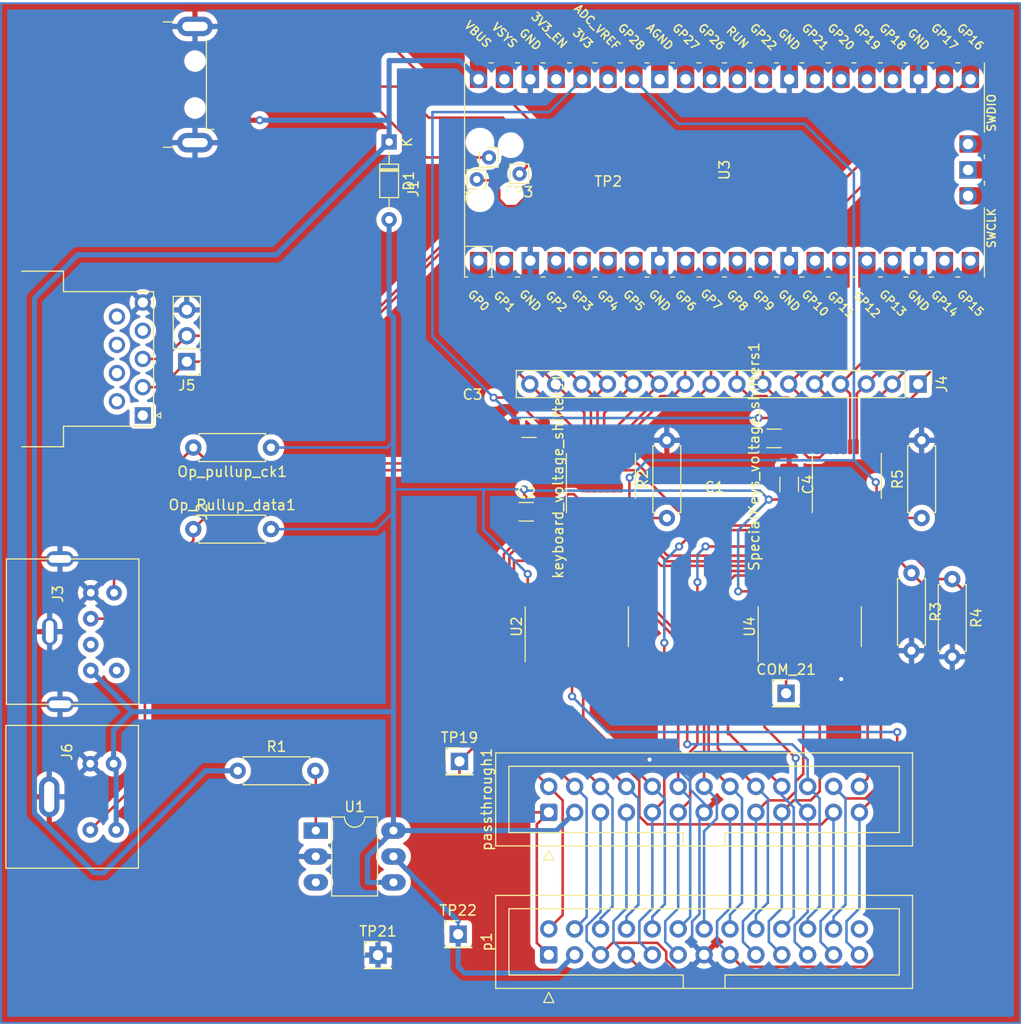
<source format=kicad_pcb>
(kicad_pcb (version 20211014) (generator pcbnew)
  (layers (0 "F.Cu" signal) (31 "B.Cu" signal) (34 "B.Paste" user) (35 "F.Paste" user) (36 "B.SilkS" user "B.Silkscreen") (37 "F.SilkS" user "F.Silkscreen") (38 "B.Mask" user) (39 "F.Mask" user) (44 "Edge.Cuts" user))
  (net 0 "")
  (net 1 "GND")
  (net 2 "+3V3")
  (net 3 "+5V")
  (net 4 "/VBUS")
  (net 5 "Net-(J1-Pad2)")
  (net 6 "Net-(COM1-Pad1)")
  (net 7 "Net-(J1-Pad4)")
  (net 9 "Net-(J2-Pad2)")
  (net 10 "Net-(J2-Pad3)")
  (net 18 "/PS2_Data")
  (net 19 "/PS2_Clock")
  (net 20 "/p_g_15")
  (net 21 "/p_g_14")
  (net 22 "/p_g_13")
  (net 23 "/p_g_12")
  (net 24 "/p_g_11")
  (net 25 "/p_g_10")
  (net 26 "/p_g_9")
  (net 27 "/p_g_8")
  (net 28 "/p_g_7")
  (net 29 "/p_g_6")
  (net 30 "/p_g_5")
  (net 31 "/p_g_4")
  (net 32 "/p_g_3")
  (net 33 "/p_g_2")
  (net 34 "/p_g_1")
  (net 35 "/p_g_0")
  (net 36 "/A_A1")
  (net 37 "/B_A2")
  (net 38 "/C_A3")
  (net 39 "/Y8")
  (net 40 "/Y9")
  (net 41 "/A_A6")
  (net 42 "/B_A7")
  (net 43 "/C_A8")
  (net 44 "/E_LevelShift")
  (net 45 "/Y0")
  (net 46 "/Y1")
  (net 47 "Net-(TP22-Pad1)")
  (net 48 "/Y2")
  (net 49 "/Sw1_pin")
  (net 50 "/Y3")
  (net 51 "/Sw0_pin")
  (net 52 "/Y4")
  (net 53 "/Cap_pin")
  (net 54 "/Y5")
  (net 55 "/Ctrl_pin")
  (net 56 "/x0")
  (net 57 "/Reset_pin")
  (net 58 "/x2")
  (net 59 "/x7")
  (net 60 "/x1")
  (net 61 "/x5")
  (net 62 "/x3")
  (net 63 "/x4")
  (net 64 "/Y6")
  (net 65 "/Shift_pin")
  (net 66 "/Y7")
  (net 67 "/x6")
  (net 68 "Net-(R1-Pad2)")
  (net 69 "Net-(TP23-Pad1)")
  (net 70 "Net-(TP24-Pad1)")
  (net 71 "Net-(COM_21-Pad1)")
  (net 72 "Net-(J1-Pad3)")
  (footprint "LocalFootprints:MiniDin4" (layer "F.Cu") (at 44.995 105.475 90)
    (fp_text reference "J6")
    (fp_text value "Mini-DIN-4")
  )
  (footprint "Capacitor_SMD:C_1206_3216Metric" (layer "F.Cu") (at 115.345 74.85 -90)
    (fp_text reference "C4")
    (fp_text value "0.1uf")
  )
  (footprint "LocalFootprints:MiniDin6" (layer "F.Cu") (at 45.045 89.275 90)
    (fp_text reference "J3")
    (fp_text value "Mini-DIN-6")
  )
  (footprint "Connector_PinHeader_2.54mm:PinHeader_1x16_P2.54mm_Vertical" (layer "F.Cu") (at 128 65 -90)
    (fp_text reference "J4")
    (fp_text value "Conn_01x16_Male")
  )
  (footprint "Package_SO:SOIC-16_3.9x9.9mm_P1.27mm" (layer "F.Cu") (at 94.505 88.785 90)
    (fp_text reference "U2")
    (fp_text value "SN74HC4851")
  )
  (footprint "Connector_IDC:IDC-Header_2x13_P2.54mm_Vertical" (layer "F.Cu") (at 91.76 107 90)
    (fp_text reference "passthrough1")
    (fp_text value "apple_2e_keyboard")
  )
  (footprint "MCU_RaspberryPi_and_Boards:RPi_Pico_SMD_TH" (layer "F.Cu") (at 109 44 90)
    (fp_text reference "U3")
    (fp_text value "Pico")
  )
  (footprint "Resistor_THT:R_Axial_DIN0207_L6.3mm_D2.5mm_P7.62mm_Horizontal" (layer "F.Cu") (at 61.235 102.925)
    (fp_text reference "R1")
    (fp_text value "150")
  )
  (footprint "Connector_PinHeader_2.54mm:PinHeader_1x01_P2.54mm_Vertical" (layer "F.Cu") (at 83 102)
    (fp_text reference "TP19")
    (fp_text value "TestPoint")
  )
  (footprint "Connector_IDC:IDC-Header_2x13_P2.54mm_Vertical" (layer "F.Cu") (at 91.76 120.97 90)
    (fp_text reference "p1")
    (fp_text value "apple_2e_keyboard")
  )
  (footprint "Connector_PinHeader_2.54mm:PinHeader_1x01_P2.54mm_Vertical" (layer "F.Cu") (at 75 121)
    (fp_text reference "TP21")
    (fp_text value "GndTest")
  )
  (footprint "Resistor_THT:R_Axial_DIN0207_L6.3mm_D2.5mm_P7.62mm_Horizontal" (layer "F.Cu") (at 131.345 84.125 -90)
    (fp_text reference "R4")
    (fp_text value "470")
  )
  (footprint "Connector_PinHeader_2.54mm:PinHeader_1x03_P2.54mm_Vertical" (layer "F.Cu") (at 56.245 62.8 180)
    (fp_text reference "J5")
    (fp_text value "Conn_01x03_Male")
  )
  (footprint "Package_SO:TSSOP-20_4.4x6.5mm_P0.65mm" (layer "F.Cu") (at 121 74 90)
    (fp_text reference "SpecialKeys_voltage_shifters1")
    (fp_text value "TXS0108EPW")
  )
  (footprint "Connector_PinHeader_2.54mm:PinHeader_1x01_P2.54mm_Vertical" (layer "F.Cu") (at 115.045 95.325)
    (fp_text reference "COM_21")
    (fp_text value "TestPoint")
  )
  (footprint "Capacitor_SMD:C_1206_3216Metric" (layer "F.Cu") (at 113.87 70.325)
    (fp_text reference "C1")
    (fp_text value "0.1uf")
  )
  (footprint "Connector_Dsub:DSUB-9_Female_Horizontal_P2.77x2.54mm_EdgePinOffset9.40mm" (layer "F.Cu") (at 51.925331 68.075 -90)
    (fp_text reference "J2")
    (fp_text value "DB9_Female")
  )
  (footprint "Resistor_THT:R_Axial_DIN0207_L6.3mm_D2.5mm_P7.62mm_Horizontal" (layer "F.Cu") (at 56.885 79.225)
    (fp_text reference "Op_Pullup_data1")
    (fp_text value "10k")
  )
  (footprint "Package_SO:SOIC-16_3.9x9.9mm_P1.27mm" (layer "F.Cu") (at 117.365 88.785 90)
    (fp_text reference "U4")
    (fp_text value "SN74HC4851")
  )
  (footprint "Connector_Pin:Pin_D0.7mm_L6.5mm_W1.8mm_FlatFork" (layer "F.Cu") (at 85.895 42.775)
    (fp_text reference "TP2")
    (fp_text value "TestPoint")
  )
  (footprint "Capacitor_SMD:C_1206_3216Metric" (layer "F.Cu") (at 89.82 69.325)
    (fp_text reference "C3")
    (fp_text value "0.1uf")
  )
  (footprint "Connector_USB:USB_A_CNCTech_1001-011-01101_Horizontal" (layer "F.Cu") (at 50.145 35.625 180)
    (fp_text reference "J1")
    (fp_text value "USB_A")
  )
  (footprint "Connector_Pin:Pin_D0.7mm_L6.5mm_W1.8mm_FlatFork" (layer "F.Cu") (at 84.695 44.925)
    (fp_text reference "Tp1")
    (fp_text value "TestPoint")
  )
  (footprint "Connector_Pin:Pin_D0.7mm_L6.5mm_W1.8mm_FlatFork" (layer "F.Cu") (at 88.895 44.375)
    (fp_text reference "TP3")
    (fp_text value "TestPoint")
  )
  (footprint "Resistor_THT:R_Axial_DIN0207_L6.3mm_D2.5mm_P7.62mm_Horizontal" (layer "F.Cu") (at 64.505 71.225 180)
    (fp_text reference "Op_pullup_ck1")
    (fp_text value "10k")
  )
  (footprint "Resistor_THT:R_Axial_DIN0207_L6.3mm_D2.5mm_P7.62mm_Horizontal" (layer "F.Cu") (at 103.345 78.135 90)
    (fp_text reference "R2")
    (fp_text value "100?")
  )
  (footprint "Package_SO:TSSOP-20_4.4x6.5mm_P0.65mm" (layer "F.Cu") (at 96.87 74 90)
    (fp_text reference "keyboard_voltage_shifters1")
    (fp_text value "TXS0108EPW")
  )
  (footprint "Connector_PinHeader_2.54mm:PinHeader_1x01_P2.54mm_Vertical" (layer "F.Cu") (at 82.87 118.9475)
    (fp_text reference "TP22")
    (fp_text value "5v_Apple")
  )
  (footprint "Package_DIP:DIP-6_W7.62mm_LongPads" (layer "F.Cu") (at 68.9 108.7875)
    (fp_text reference "U1")
    (fp_text value "TLP592A")
  )
  (footprint "Diode_THT:D_DO-34_SOD68_P7.62mm_Horizontal" (layer "F.Cu") (at 76.095 41.26 -90)
    (fp_text reference "D1")
    (fp_text value "DIODE")
  )
  (footprint "Capacitor_SMD:C_1206_3216Metric" (layer "F.Cu") (at 89.545 77.525)
    (fp_text reference "C2")
    (fp_text value "0.1uf")
  )
  (footprint "Resistor_THT:R_Axial_DIN0207_L6.3mm_D2.5mm_P7.62mm_Horizontal" (layer "F.Cu") (at 127.345 83.525 -90)
    (fp_text reference "R3")
    (fp_text value "470")
  )
  (footprint "Resistor_THT:R_Axial_DIN0207_L6.3mm_D2.5mm_P7.62mm_Horizontal" (layer "F.Cu") (at 128.345 78.135 90)
    (fp_text reference "R5")
    (fp_text value "100?")
  )
  (gr_rect locked (start 38.015 27.655) (end 138.015 127.655) (layer "B.Cu") (width 0.2) (fill none))
  (via (at 101.645 101.825) (size 0.8) (drill 0.4) (layers "F.Cu" "B.Cu") (net 1))
  (via (at 120.445 93.925) (size 0.8) (drill 0.4) (layers "F.Cu" "B.Cu") (net 1))
  (segment (start 103.495 101.825) (end 101.645 101.825) (width 0.25) (layer "B.Cu") (net 1))
  (segment (start 105.634511 104.755521) (end 105.634511 103.964511) (width 0.25) (layer "B.Cu") (net 1))
  (segment (start 107 107) (end 107 106.12101) (width 0.25) (layer "B.Cu") (net 1))
  (segment (start 106.545 107.455) (end 107 107) (width 0.25) (layer "B.Cu") (net 1))
  (segment (start 105.634511 103.964511) (end 103.495 101.825) (width 0.25) (layer "B.Cu") (net 1))
  (segment (start 105.825489 117.700229) (end 106.545 116.980718) (width 0.25) (layer "B.Cu") (net 1))
  (segment (start 107 106.12101) (end 105.634511 104.755521) (width 0.25) (layer "B.Cu") (net 1))
  (segment (start 106.545 116.980718) (end 106.545 107.455) (width 0.25) (layer "B.Cu") (net 1))
  (segment (start 107 120.97) (end 105.825489 119.795489) (width 0.25) (layer "B.Cu") (net 1))
  (segment (start 105.825489 119.795489) (end 105.825489 117.700229) (width 0.25) (layer "B.Cu") (net 1))
  (segment (start 112.345 68.325) (end 113.345 68.325) (width 0.25) (layer "F.Cu") (net 2))
  (segment (start 118.85048 71.699881) (end 118.85048 71.325) (width 0.25) (layer "F.Cu") (net 2))
  (segment (start 86.345 66.325) (end 88.295 66.325) (width 0.25) (layer "F.Cu") (net 2))
  (segment (start 117.21952 72.19952) (end 118.350841 72.19952) (width 0.25) (layer "F.Cu") (net 2))
  (segment (start 118.350841 72.19952) (end 118.85048 71.699881) (width 0.25) (layer "F.Cu") (net 2))
  (segment (start 91.295 69.825361) (end 93.794639 72.325) (width 0.25) (layer "F.Cu") (net 2))
  (segment (start 115.345 70.325) (end 117.21952 72.19952) (width 0.25) (layer "F.Cu") (net 2))
  (segment (start 93.794639 72.325) (end 94.095361 72.325) (width 0.25) (layer "F.Cu") (net 2))
  (segment (start 113.345 68.325) (end 115.345 70.325) (width 0.25) (layer "F.Cu") (net 2))
  (segment (start 88.295 66.325) (end 91.295 69.325) (width 0.25) (layer "F.Cu") (net 2))
  (segment (start 94.595 71.825361) (end 94.595 71.1375) (width 0.25) (layer "F.Cu") (net 2))
  (segment (start 91.295 69.325) (end 91.295 69.825361) (width 0.25) (layer "F.Cu") (net 2))
  (segment (start 94.095361 72.325) (end 94.595 71.825361) (width 0.25) (layer "F.Cu") (net 2))
  (via (at 86.345 66.325) (size 0.8) (drill 0.4) (layers "F.Cu" "B.Cu") (net 2))
  (via (at 112.345 68.325) (size 0.8) (drill 0.4) (layers "F.Cu" "B.Cu") (net 2))
  (segment (start 80.345 60.325) (end 86.345 66.325) (width 0.25) (layer "B.Cu") (net 2))
  (segment (start 86.345 66.325) (end 88.345 68.325) (width 0.25) (layer "B.Cu") (net 2))
  (segment (start 95.03 35.11) (end 91.815 38.325) (width 0.25) (layer "B.Cu") (net 2))
  (segment (start 80.345 38.325) (end 80.345 60.325) (width 0.25) (layer "B.Cu") (net 2))
  (segment (start 91.815 38.325) (end 80.345 38.325) (width 0.25) (layer "B.Cu") (net 2))
  (segment (start 88.345 68.325) (end 112.345 68.325) (width 0.25) (layer "B.Cu") (net 2))
  (segment (start 110.345 85.325) (end 111.935 85.325) (width 0.25) (layer "F.Cu") (net 3))
  (segment (start 113.345 76.325) (end 115.345 76.325) (width 0.25) (layer "F.Cu") (net 3))
  (segment (start 115.345 76.325) (end 115.86952 75.80048) (width 0.25) (layer "F.Cu") (net 3))
  (segment (start 118.725 75.923679) (end 118.725 76.8625) (width 0.25) (layer "F.Cu") (net 3))
  (segment (start 115.86952 75.80048) (end 118.601801 75.80048) (width 0.25) (layer "F.Cu") (net 3))
  (segment (start 89.695 85.945) (end 90.06 86.31) (width 0.25) (layer "F.Cu") (net 3))
  (segment (start 118.601801 75.80048) (end 118.725 75.923679) (width 0.25) (layer "F.Cu") (net 3))
  (segment (start 93.669159 75.80048) (end 94.220841 75.80048) (width 0.25) (layer "F.Cu") (net 3))
  (segment (start 91.02 77.525) (end 91.944639 77.525) (width 0.25) (layer "F.Cu") (net 3))
  (segment (start 94.595 76.174639) (end 94.595 76.8625) (width 0.25) (layer "F.Cu") (net 3))
  (segment (start 89.345 75.85) (end 91.02 77.525) (width 0.25) (layer "F.Cu") (net 3))
  (segment (start 89.395 75.275) (end 89.345 75.325) (width 0.25) (layer "F.Cu") (net 3))
  (segment (start 91.02 77.525) (end 91.445361 77.525) (width 0.25) (layer "F.Cu") (net 3))
  (segment (start 111.935 85.325) (end 112.92 86.31) (width 0.25) (layer "F.Cu") (net 3))
  (segment (start 94.220841 75.80048) (end 94.595 76.174639) (width 0.25) (layer "F.Cu") (net 3))
  (segment (start 89.695 83.625) (end 89.695 85.945) (width 0.25) (layer "F.Cu") (net 3))
  (segment (start 91.944639 77.525) (end 93.669159 75.80048) (width 0.25) (layer "F.Cu") (net 3))
  (segment (start 89.345 75.325) (end 89.345 75.85) (width 0.25) (layer "F.Cu") (net 3))
  (via (at 110.345 85.325) (size 0.8) (drill 0.4) (layers "F.Cu" "B.Cu") (net 3))
  (via (at 89.695 83.625) (size 0.8) (drill 0.4) (layers "F.Cu" "B.Cu") (net 3))
  (via (at 89.345 75.325) (size 0.8) (drill 0.4) (layers "F.Cu" "B.Cu") (net 3))
  (via (at 113.345 76.325) (size 0.8) (drill 0.4) (layers "F.Cu" "B.Cu") (net 3))
  (segment (start 112.469511 75.449511) (end 113.345 76.325) (width 0.25) (layer "B.Cu") (net 3))
  (segment (start 73.98 111.3275) (end 76.52 108.7875) (width 0.5) (layer "B.Cu") (net 3))
  (segment (start 89.469511 75.449511) (end 105.220489 75.449511) (width 0.25) (layer "B.Cu") (net 3))
  (segment (start 92.5125 108.7875) (end 94.3 107) (width 0.5) (layer "B.Cu") (net 3))
  (segment (start 76.52 70.6) (end 76.52 58.48) (width 0.5) (layer "B.Cu") (net 3))
  (segment (start 50.863 97.125) (end 76.345 97.125) (width 0.5) (layer "B.Cu") (net 3))
  (segment (start 46.823 93.085) (end 50.863 97.125) (width 0.5) (layer "B.Cu") (net 3))
  (segment (start 89.345 75.325) (end 85.345 75.325) (width 0.25) (layer "B.Cu") (net 3))
  (segment (start 76.695 75.325) (end 76.52 75.5) (width 0.25) (layer "B.Cu") (net 3))
  (segment (start 49.059 98.929) (end 50.863 97.125) (width 0.5) (layer "B.Cu") (net 3))
  (segment (start 76.345 97.125) (end 76.52 96.95) (width 0.5) (layer "B.Cu") (net 3))
  (segment (start 49.313 102.479) (end 49.059 102.225) (width 0.25) (layer "B.Cu") (net 3))
  (segment (start 49.313 108.725) (end 49.313 102.479) (width 0.5) (layer "B.Cu") (net 3))
  (segment (start 76.52 108.7875) (end 92.5125 108.7875) (width 0.5) (layer "B.Cu") (net 3))
  (segment (start 76.52 75.5) (end 76.52 70.6) (width 0.5) (layer "B.Cu") (net 3))
  (segment (start 76.52 108.7875) (end 76.52 96.95) (width 0.5) (layer "B.Cu") (net 3))
  (segment (start 64.505 71.225) (end 75.895 71.225) (width 0.25) (layer "B.Cu") (net 3))
  (segment (start 110.345 79.325) (end 110.345 85.325) (width 0.25) (layer "B.Cu") (net 3))
  (segment (start 76.52 77.55) (end 76.52 75.5) (width 0.5) (layer "B.Cu") (net 3))
  (segment (start 105.220489 75.449511) (end 112.469511 75.449511) (width 0.25) (layer "B.Cu") (net 3))
  (segment (start 85.345 75.325) (end 85.345 79.275) (width 0.25) (layer "B.Cu") (net 3))
  (segment (start 76.095 58.055) (end 76.095 48.88) (width 0.5) (layer "B.Cu") (net 3))
  (segment (start 76.52 96.95) (end 76.52 77.55) (width 0.5) (layer "B.Cu") (net 3))
  (segment (start 113.345 76.325) (end 110.345 79.325) (width 0.25) (layer "B.Cu") (net 3))
  (segment (start 76.52 113.8675) (end 73.98 113.8675) (width 0.5) (layer "B.Cu") (net 3))
  (segment (start 75.895 71.225) (end 76.52 70.6) (width 0.25) (layer "B.Cu") (net 3))
  (segment (start 49.059 102.225) (end 49.059 98.929) (width 0.5) (layer "B.Cu") (net 3))
  (segment (start 73.98 113.8675) (end 73.98 111.3275) (width 0.5) (layer "B.Cu") (net 3))
  (segment (start 76.52 58.48) (end 76.095 58.055) (width 0.5) (layer "B.Cu") (net 3))
  (segment (start 89.345 75.325) (end 89.469511 75.449511) (width 0.25) (layer "B.Cu") (net 3))
  (segment (start 74.845 79.225) (end 76.52 77.55) (width 0.25) (layer "B.Cu") (net 3))
  (segment (start 85.345 75.325) (end 76.695 75.325) (width 0.25) (layer "B.Cu") (net 3))
  (segment (start 64.505 79.225) (end 74.845 79.225) (width 0.25) (layer "B.Cu") (net 3))
  (segment (start 85.345 79.275) (end 89.695 83.625) (width 0.25) (layer "B.Cu") (net 3))
  (segment (start 59.795 39.125) (end 63.395 39.125) (width 0.5) (layer "F.Cu") (net 4))
  (via (at 63.395 39.125) (size 0.8) (drill 0.4) (layers "F.Cu" "B.Cu") (net 4))
  (segment (start 76.095 39.125) (end 63.395 39.125) (width 0.5) (layer "B.Cu") (net 4))
  (segment (start 76.095 39.125) (end 76.095 33.275) (width 0.5) (layer "B.Cu") (net 4))
  (segment (start 76.095 33.275) (end 83.035 33.275) (width 0.5) (layer "B.Cu") (net 4))
  (segment (start 76.095 41.26) (end 76.095 39.125) (width 0.5) (layer "B.Cu") (net 4))
  (segment (start 58.095 102.925) (end 61.235 102.925) (width 0.5) (layer "B.Cu") (net 4))
  (segment (start 83.035 33.275) (end 84.87 35.11) (width 0.5) (layer "B.Cu") (net 4))
  (segment (start 47.14507 112.925) (end 48.095 112.925) (width 0.5) (layer "B.Cu") (net 4))
  (segment (start 41.29548 56.57452) (end 41.29548 107.07541) (width 0.5) (layer "B.Cu") (net 4))
  (segment (start 41.29548 107.07541) (end 47.14507 112.925) (width 0.5) (layer "B.Cu") (net 4))
  (segment (start 65.03 52.325) (end 45.545 52.325) (width 0.5) (layer "B.Cu") (net 4))
  (segment (start 45.545 52.325) (end 41.29548 56.57452) (width 0.5) (layer "B.Cu") (net 4))
  (segment (start 76.095 41.26) (end 65.03 52.325) (width 0.5) (layer "B.Cu") (net 4))
  (segment (start 48.095 112.925) (end 58.095 102.925) (width 0.5) (layer "B.Cu") (net 4))
  (segment (start 85.895 42.775) (end 79.759022 42.775) (width 0.25) (layer "F.Cu") (net 5))
  (segment (start 73.609022 36.625) (end 59.795 36.625) (width 0.25) (layer "F.Cu") (net 5))
  (segment (start 79.759022 42.775) (end 73.609022 36.625) (width 0.25) (layer "F.Cu") (net 5))
  (segment (start 87.564207 47.549521) (end 88.570479 47.549521) (width 0.25) (layer "F.Cu") (net 7))
  (segment (start 90.645 45.475) (end 90.645 39.925) (width 0.25) (layer "F.Cu") (net 7))
  (segment (start 86.905479 45.959207) (end 86.905479 46.890793) (width 0.25) (layer "F.Cu") (net 7))
  (segment (start 76.645 32.125) (end 59.795 32.125) (width 0.25) (layer "F.Cu") (net 7))
  (segment (start 84.695 45.025) (end 85.971272 45.025) (width 0.25) (layer "F.Cu") (net 7))
  (segment (start 86.905479 46.890793) (end 87.564207 47.549521) (width 0.25) (layer "F.Cu") (net 7))
  (segment (start 90.645 39.925) (end 87.995 37.275) (width 0.25) (layer "F.Cu") (net 7))
  (segment (start 87.995 37.275) (end 81.795 37.275) (width 0.25) (layer "F.Cu") (net 7))
  (segment (start 88.570479 47.549521) (end 90.645 45.475) (width 0.25) (layer "F.Cu") (net 7))
  (segment (start 85.971272 45.025) (end 86.905479 45.959207) (width 0.25) (layer "F.Cu") (net 7))
  (segment (start 81.795 37.275) (end 76.645 32.125) (width 0.25) (layer "F.Cu") (net 7))
  (segment (start 53.74 65.305) (end 51.925331 65.305) (width 0.25) (layer "F.Cu") (net 9))
  (segment (start 83.980718 49.275) (end 70.455718 62.8) (width 0.25) (layer "F.Cu") (net 9))
  (segment (start 56.245 62.8) (end 53.74 65.305) (width 0.25) (layer "F.Cu") (net 9))
  (segment (start 133.13 35.11) (end 133.13 34.919022) (width 0.25) (layer "F.Cu") (net 9))
  (segment (start 70.455718 62.8) (end 56.245 62.8) (width 0.25) (layer "F.Cu") (net 9))
  (segment (start 118.774022 49.275) (end 83.980718 49.275) (width 0.25) (layer "F.Cu") (net 9))
  (segment (start 133.13 34.919022) (end 118.774022 49.275) (width 0.25) (layer "F.Cu") (net 9))
  (segment (start 84.342446 48.277554) (end 72.36 60.26) (width 0.25) (layer "F.Cu") (net 10))
  (segment (start 130.59 35.11) (end 117.422446 48.277554) (width 0.25) (layer "F.Cu") (net 10))
  (segment (start 72.36 60.26) (end 56.245 60.26) (width 0.25) (layer "F.Cu") (net 10))
  (segment (start 117.422446 48.277554) (end 84.342446 48.277554) (width 0.25) (layer "F.Cu") (net 10))
  (segment (start 53.97 62.535) (end 51.925331 62.535) (width 0.25) (layer "F.Cu") (net 10))
  (segment (start 56.245 60.26) (end 53.97 62.535) (width 0.25) (layer "F.Cu") (net 10))
  (segment (start 62.659511 73.450489) (end 56.885 79.225) (width 0.25) (layer "F.Cu") (net 18))
  (segment (start 56.885 79.225) (end 56.885 80.35637) (width 0.25) (layer "F.Cu") (net 18))
  (segment (start 100.470489 73.450489) (end 62.659511 73.450489) (width 0.25) (layer "F.Cu") (net 18))
  (segment (start 49.23637 88.005) (end 46.823 88.005) (width 0.25) (layer "F.Cu") (net 18))
  (segment (start 52.130685 103.367315) (end 52.130685 85.110685) (width 0.25) (layer "F.Cu") (net 18))
  (segment (start 56.885 80.35637) (end 52.130685 85.110685) (width 0.25) (layer "F.Cu") (net 18))
  (segment (start 46.773 108.725) (end 52.130685 103.367315) (width 0.25) (layer "F.Cu") (net 18))
  (segment (start 105.89548 78.87548) (end 100.470489 73.450489) (width 0.25) (layer "F.Cu") (net 18))
  (segment (start 118.075 76.8625) (end 116.06202 78.87548) (width 0.25) (layer "F.Cu") (net 18))
  (segment (start 116.06202 78.87548) (end 105.89548 78.87548) (width 0.25) (layer "F.Cu") (net 18))
  (segment (start 52.130685 85.110685) (end 49.23637 88.005) (width 0.25) (layer "F.Cu") (net 18))
  (segment (start 117.711559 74.27452) (end 101.930238 74.27452) (width 0.25) (layer "F.Cu") (net 19))
  (segment (start 119.375 75.937961) (end 117.711559 74.27452) (width 0.25) (layer "F.Cu") (net 19))
  (segment (start 56.885 71.225) (end 49.109 79.001) (width 0.25) (layer "F.Cu") (net 19))
  (segment (start 119.345 77.520361) (end 119.345 77.325) (width 0.25) (layer "F.Cu") (net 19))
  (segment (start 49.109 79.001) (end 49.109 85.465) (width 0.25) (layer "F.Cu") (net 19))
  (segment (start 119.375 76.8625) (end 119.375 75.937961) (width 0.25) (layer "F.Cu") (net 19))
  (segment (start 58.44 72.78) (end 56.885 71.225) (width 0.25) (layer "F.Cu") (net 19))
  (segment (start 100.435718 72.78) (end 58.44 72.78) (width 0.25) (layer "F.Cu") (net 19))
  (segment (start 101.930238 74.27452) (end 100.435718 72.78) (width 0.25) (layer "F.Cu") (net 19))
  (segment (start 128 65) (end 133.13 59.87) (width 0.25) (layer "F.Cu") (net 20))
  (segment (start 128 65.724639) (end 128 65) (width 0.25) (layer "F.Cu") (net 20))
  (segment (start 123.275 70.449639) (end 128 65.724639) (width 0.25) (layer "F.Cu") (net 20))
  (segment (start 133.13 59.87) (end 133.13 52.89) (width 0.25) (layer "F.Cu") (net 20))
  (segment (start 123.275 71.1375) (end 123.275 70.449639) (width 0.25) (layer "F.Cu") (net 20))
  (segment (start 122.625 71.1375) (end 122.625 67.835) (width 0.25) (layer "F.Cu") (net 21))
  (segment (start 122.625 67.835) (end 125.46 65) (width 0.25) (layer "F.Cu") (net 21))
  (segment (start 125.46 65) (end 130.59 59.87) (width 0.25) (layer "F.Cu") (net 21))
  (segment (start 130.59 59.87) (end 130.59 52.89) (width 0.25) (layer "F.Cu") (net 21))
  (segment (start 121.975 71.1375) (end 121.975 65.945) (width 0.25) (layer "F.Cu") (net 22))
  (segment (start 125.51 62.41) (end 125.51 52.89) (width 0.25) (layer "F.Cu") (net 22))
  (segment (start 122.92 65) (end 125.51 62.41) (width 0.25) (layer "F.Cu") (net 22))
  (segment (start 121.975 65.945) (end 122.92 65) (width 0.25) (layer "F.Cu") (net 22))
  (segment (start 121.325 71.1375) (end 121.325 65.945) (width 0.25) (layer "F.Cu") (net 23))
  (segment (start 120.38 65) (end 122.97 62.41) (width 0.25) (layer "F.Cu") (net 23))
  (segment (start 122.97 62.41) (end 122.97 52.89) (width 0.25) (layer "F.Cu") (net 23))
  (segment (start 121.325 65.945) (end 120.38 65) (width 0.25) (layer "F.Cu") (net 23))
  (segment (start 120.675 71.1375) (end 120.675 67.835) (width 0.25) (layer "F.Cu") (net 24))
  (segment (start 120.43 62.41) (end 120.43 52.89) (width 0.25) (layer "F.Cu") (net 24))
  (segment (start 120.675 67.835) (end 117.84 65) (width 0.25) (layer "F.Cu") (net 24))
  (segment (start 117.84 65) (end 120.43 62.41) (width 0.25) (layer "F.Cu") (net 24))
  (segment (start 115.3 65) (end 117.89 62.41) (width 0.25) (layer "F.Cu") (net 25))
  (segment (start 117.89 62.41) (end 117.89 52.89) (width 0.25) (layer "F.Cu") (net 25))
  (segment (start 120.025 71.1375) (end 120.025 69.725) (width 0.25) (layer "F.Cu") (net 25))
  (segment (start 120.025 69.725) (end 115.3 65) (width 0.25) (layer "F.Cu") (net 25))
  (segment (start 112.76 65) (end 112.76 52.94) (width 0.25) (layer "F.Cu") (net 26))
  (segment (start 115.250361 66.325) (end 114.085 66.325) (width 0.25) (layer "F.Cu") (net 26))
  (segment (start 112.76 52.94) (end 112.81 52.89) (width 0.25) (layer "F.Cu") (net 26))
  (segment (start 119.375 71.1375) (end 119.375 70.449639) (width 0.25) (layer "F.Cu") (net 26))
  (segment (start 114.085 66.325) (end 112.76 65) (width 0.25) (layer "F.Cu") (net 26))
  (segment (start 119.375 70.449639) (end 115.250361 66.325) (width 0.25) (layer "F.Cu") (net 26))
  (segment (start 118.075 71.1375) (end 113.112011 66.174511) (width 0.25) (layer "F.Cu") (net 27))
  (segment (start 113.112011 66.174511) (end 111.394511 66.174511) (width 0.25) (layer "F.Cu") (net 27))
  (segment (start 110.22 52.94) (end 110.27 52.89) (width 0.25) (layer "F.Cu") (net 27))
  (segment (start 110.22 65) (end 110.22 52.94) (width 0.25) (layer "F.Cu") (net 27))
  (segment (start 111.394511 66.174511) (end 110.22 65) (width 0.25) (layer "F.Cu") (net 27))
  (segment (start 99.145 71.1375) (end 99.145 70.449639) (width 0.25) (layer "F.Cu") (net 28))
  (segment (start 107.68 52.94) (end 107.73 52.89) (width 0.25) (layer "F.Cu") (net 28))
  (segment (start 99.145 70.449639) (end 102.970608 66.624031) (width 0.25) (layer "F.Cu") (net 28))
  (segment (start 102.970608 66.624031) (end 106.055969 66.624031) (width 0.25) (layer "F.Cu") (net 28))
  (segment (start 106.055969 66.624031) (end 107.68 65) (width 0.25) (layer "F.Cu") (net 28))
  (segment (start 107.68 65) (end 107.68 52.94) (width 0.25) (layer "F.Cu") (net 28))
  (segment (start 98.495 71.1375) (end 98.495 70.400978) (width 0.25) (layer "F.Cu") (net 29))
  (segment (start 105.14 65) (end 105.14 52.94) (width 0.25) (layer "F.Cu") (net 29))
  (segment (start 103.965489 66.174511) (end 105.14 65) (width 0.25) (layer "F.Cu") (net 29))
  (segment (start 102.721467 66.174511) (end 103.965489 66.174511) (width 0.25) (layer "F.Cu") (net 29))
  (segment (start 105.14 52.94) (end 105.19 52.89) (width 0.25) (layer "F.Cu") (net 29))
  (segment (start 98.495 70.400978) (end 102.721467 66.174511) (width 0.25) (layer "F.Cu") (net 29))
  (segment (start 100.11 62.51) (end 100.11 52.89) (width 0.25) (layer "F.Cu") (net 30))
  (segment (start 97.845 71.1375) (end 97.845 69.755) (width 0.25) (layer "F.Cu") (net 30))
  (segment (start 97.845 69.755) (end 102.6 65) (width 0.25) (layer "F.Cu") (net 30))
  (segment (start 102.6 65) (end 100.11 62.51) (width 0.25) (layer "F.Cu") (net 30))
  (segment (start 97.195 71.1375) (end 97.195 67.865) (width 0.25) (layer "F.Cu") (net 31))
  (segment (start 97.57 62.51) (end 97.57 52.89) (width 0.25) (layer "F.Cu") (net 31))
  (segment (start 97.195 67.865) (end 100.06 65) (width 0.25) (layer "F.Cu") (net 31))
  (segment (start 100.06 65) (end 97.57 62.51) (width 0.25) (layer "F.Cu") (net 31))
  (segment (start 96.545 71.1375) (end 96.545 65.975) (width 0.25) (layer "F.Cu") (net 32))
  (segment (start 95.03 62.51) (end 95.03 52.89) (width 0.25) (layer "F.Cu") (net 32))
  (segment (start 97.52 65) (end 95.03 62.51) (width 0.25) (layer "F.Cu") (net 32))
  (segment (start 96.545 65.975) (end 97.52 65) (width 0.25) (layer "F.Cu") (net 32))
  (segment (start 95.895 65.915) (end 94.98 65) (width 0.25) (layer "F.Cu") (net 33))
  (segment (start 92.49 62.51) (end 92.49 52.89) (width 0.25) (layer "F.Cu") (net 33))
  (segment (start 94.98 65) (end 92.49 62.51) (width 0.25) (layer "F.Cu") (net 33))
  (segment (start 95.895 71.1375) (end 95.895 65.915) (width 0.25) (layer "F.Cu") (net 33))
  (segment (start 95.245 67.805) (end 92.44 65) (width 0.25) (layer "F.Cu") (net 34))
  (segment (start 92.44 65) (end 87.41 59.97) (width 0.25) (layer "F.Cu") (net 34))
  (segment (start 87.41 59.97) (end 87.41 52.89) (width 0.25) (layer "F.Cu") (net 34))
  (segment (start 95.245 71.1375) (end 95.245 67.805) (width 0.25) (layer "F.Cu") (net 34))
  (segment (start 84.87 59.97) (end 84.87 52.89) (width 0.25) (layer "F.Cu") (net 35))
  (segment (start 93.945 69.045) (end 89.9 65) (width 0.25) (layer "F.Cu") (net 35))
  (segment (start 93.945 71.1375) (end 93.945 69.045) (width 0.25) (layer "F.Cu") (net 35))
  (segment (start 89.9 65) (end 84.87 59.97) (width 0.25) (layer "F.Cu") (net 35))
  (segment (start 93.945 82.925) (end 96.41 85.39) (width 0.25) (layer "F.Cu") (net 36))
  (segment (start 96.41 85.39) (end 96.41 86.31) (width 0.25) (layer "F.Cu") (net 36))
  (segment (start 93.945 76.8625) (end 93.945 82.925) (width 0.25) (layer "F.Cu") (net 36))
  (segment (start 97.68 85.933928) (end 97.68 86.31) (width 0.25) (layer "F.Cu") (net 37))
  (segment (start 95.245 83.498928) (end 97.68 85.933928) (width 0.25) (layer "F.Cu") (net 37))
  (segment (start 95.245 76.8625) (end 95.245 83.498928) (width 0.25) (layer "F.Cu") (net 37))
  (segment (start 95.895 82.878928) (end 98.95 85.933928) (width 0.25) (layer "F.Cu") (net 38))
  (segment (start 98.95 85.933928) (end 98.95 86.31) (width 0.25) (layer "F.Cu") (net 38))
  (segment (start 95.895 76.8625) (end 95.895 82.878928) (width 0.25) (layer "F.Cu") (net 38))
  (segment (start 104.46 90.173928) (end 96.41952 82.133448) (width 0.25) (layer "F.Cu") (net 39))
  (segment (start 104.46 104.46) (end 104.46 90.173928) (width 0.25) (layer "F.Cu") (net 39))
  (segment (start 96.41952 82.133448) (end 96.41952 77.39952) (width 0.25) (layer "F.Cu") (net 39))
  (segment (start 105.634511 117.255489) (end 105.634511 105.634511) (width 0.25) (layer "B.Cu") (net 39))
  (segment (start 105.634511 105.634511) (end 104.46 104.46) (width 0.25) (layer "B.Cu") (net 39))
  (segment (start 104.46 118.43) (end 105.634511 117.255489) (width 0.25) (layer "B.Cu") (net 39))
  (segment (start 105.345 100.325) (end 105.345 90.325) (width 0.25) (layer "F.Cu") (net 40))
  (segment (start 105.345 90.325) (end 97.195 82.175) (width 0.25) (layer "F.Cu") (net 40))
  (segment (start 97.195 82.175) (end 97.195 76.8625) (width 0.25) (layer "F.Cu") (net 40))
  (via (at 105.345 100.325) (size 0.8) (drill 0.4) (layers "F.Cu" "B.Cu") (net 40))
  (segment (start 117.16 101.834408) (end 115.650592 100.325) (width 0.25) (layer "B.Cu") (net 40))
  (segment (start 118.334511 105.634511) (end 117.16 104.46) (width 0.25) (layer "B.Cu") (net 40))
  (segment (start 117.16 117.404708) (end 118.334511 116.230197) (width 0.25) (layer "B.Cu") (net 40))
  (segment (start 117.16 118.43) (end 117.16 117.404708) (width 0.25) (layer "B.Cu") (net 40))
  (segment (start 117.16 104.46) (end 117.16 101.834408) (width 0.25) (layer "B.Cu") (net 40))
  (segment (start 106.345 100.325) (end 105.345 100.325) (width 0.25) (layer "B.Cu") (net 40))
  (segment (start 118.334511 116.230197) (end 118.334511 105.634511) (width 0.25) (layer "B.Cu") (net 40))
  (segment (start 115.650592 100.325) (end 106.345 100.325) (width 0.25) (layer "B.Cu") (net 40))
  (segment (start 102.79452 82.825) (end 97.845 77.87548) (width 0.25) (layer "F.Cu") (net 41))
  (segment (start 119.27 85.614282) (end 116.480718 82.825) (width 0.25) (layer "F.Cu") (net 41))
  (segment (start 119.27 86.31) (end 119.27 85.614282) (width 0.25) (layer "F.Cu") (net 41))
  (segment (start 116.480718 82.825) (end 102.79452 82.825) (width 0.25) (layer "F.Cu") (net 41))
  (segment (start 97.845 77.87548) (end 97.845 76.8625) (width 0.25) (layer "F.Cu") (net 41))
  (segment (start 116.981552 82.37548) (end 103.320119 82.37548) (width 0.25) (layer "F.Cu") (net 42))
  (segment (start 120.54 86.31) (end 120.54 85.933928) (width 0.25) (layer "F.Cu") (net 42))
  (segment (start 120.54 85.933928) (end 116.981552 82.37548) (width 0.25) (layer "F.Cu") (net 42))
  (segment (start 98.36952 76.98798) (end 98.495 76.8625) (width 0.25) (layer "F.Cu") (net 42))
  (segment (start 103.320119 82.37548) (end 98.36952 77.424881) (width 0.25) (layer "F.Cu") (net 42))
  (segment (start 98.36952 77.424881) (end 98.36952 76.98798) (width 0.25) (layer "F.Cu") (net 42))
  (segment (start 121.81 86.31) (end 121.81 85.933928) (width 0.25) (layer "F.Cu") (net 43))
  (segment (start 103.405357 81.825) (end 99.125178 77.544821) (width 0.25) (layer "F.Cu") (net 43))
  (segment (start 99.125178 77.544821) (end 99.125178 76.882322) (width 0.25) (layer "F.Cu") (net 43))
  (segment (start 117.701072 81.825) (end 103.405357 81.825) (width 0.25) (layer "F.Cu") (net 43))
  (segment (start 99.125178 76.882322) (end 99.145 76.8625) (width 0.25) (layer "F.Cu") (net 43))
  (segment (start 121.81 85.933928) (end 117.701072 81.825) (width 0.25) (layer "F.Cu") (net 43))
  (segment (start 101.0675 78.135) (end 99.795 76.8625) (width 0.25) (layer "F.Cu") (net 44))
  (segment (start 123.925 76.8625) (end 125.1975 78.135) (width 0.25) (layer "F.Cu") (net 44))
  (segment (start 125.1975 78.135) (end 128.345 78.135) (width 0.25) (layer "F.Cu") (net 44))
  (segment (start 99.66952 74.20048) (end 99.66952 76.73702) (width 0.25) (layer "F.Cu") (net 44))
  (segment (start 123.925 76.8625) (end 123.925 74.705) (width 0.25) (layer "F.Cu") (net 44))
  (segment (start 99.695 74.175) (end 99.66952 74.20048) (width 0.25) (layer "F.Cu") (net 44))
  (segment (start 103.345 78.135) (end 101.0675 78.135) (width 0.25) (layer "F.Cu") (net 44))
  (segment (start 99.66952 76.73702) (end 99.795 76.8625) (width 0.25) (layer "F.Cu") (net 44))
  (segment (start 123.925 74.705) (end 123.845 74.625) (width 0.25) (layer "F.Cu") (net 44))
  (via (at 99.695 74.175) (size 0.8) (drill 0.4) (layers "F.Cu" "B.Cu") (net 44))
  (via (at 123.845 74.625) (size 0.8) (drill 0.4) (layers "F.Cu" "B.Cu") (net 44))
  (segment (start 121.695 72.475) (end 101.395 72.475) (width 0.25) (layer "B.Cu") (net 44))
  (segment (start 104.475 39.475) (end 116.845 39.475) (width 0.25) (layer "B.Cu") (net 44))
  (segment (start 116.845 39.475) (end 121.695 44.325) (width 0.25) (layer "B.Cu") (net 44))
  (segment (start 121.695 72.475) (end 123.845 74.625) (width 0.25) (layer "B.Cu") (net 44))
  (segment (start 101.395 72.475) (end 99.695 74.175) (width 0.25) (layer "B.Cu") (net 44))
  (segment (start 100.11 35.11) (end 104.475 39.475) (width 0.25) (layer "B.Cu") (net 44))
  (segment (start 121.695 44.325) (end 121.695 72.475) (width 0.25) (layer "B.Cu") (net 44))
  (segment (start 90.585489 119.795489) (end 90.585489 108.174511) (width 0.25) (layer "F.Cu") (net 45))
  (segment (start 83 104.98) (end 83 102) (width 0.25) (layer "F.Cu") (net 45))
  (segment (start 87.345 81.689283) (end 88.158803 80.87548) (width 0.25) (layer "F.Cu") (net 45))
  (segment (start 83 102) (end 87.345 97.655) (width 0.25) (layer "F.Cu") (net 45))
  (segment (start 91.76 120.97) (end 90.585489 119.795489) (width 0.25) (layer "F.Cu") (net 45))
  (segment (start 87.345 97.655) (end 87.345 81.689283) (width 0.25) (layer "F.Cu") (net 45))
  (segment (start 88.158803 80.87548) (end 90.89548 80.87548) (width 0.25) (layer "F.Cu") (net 45))
  (segment (start 85.02 107) (end 83 104.98) (width 0.25) (layer "F.Cu") (net 45))
  (segment (start 90.585489 108.174511) (end 91.76 107) (width 0.25) (layer "F.Cu") (net 45))
  (segment (start 90.89548 80.87548) (end 93.87 83.85) (width 0.25) (layer "F.Cu") (net 45))
  (segment (start 93.87 83.85) (end 93.87 86.31) (width 0.25) (layer "F.Cu") (net 45))
  (segment (start 91.76 107) (end 85.02 107) (width 0.25) (layer "F.Cu") (net 45))
  (segment (start 83 102) (end 83.519511 101.480489) (width 0.25) (layer "B.Cu") (net 45))
  (segment (start 93.125489 117.064511) (end 93.125489 105.825489) (width 0.25) (layer "F.Cu") (net 46))
  (segment (start 92.6 86.686072) (end 92.6 86.31) (width 0.25) (layer "F.Cu") (net 46))
  (segment (start 93.125489 105.825489) (end 91.76 104.46) (width 0.25) (layer "F.Cu") (net 46))
  (segment (start 90.625 103.325) (end 89.345 103.325) (width 0.25) (layer "F.Cu") (net 46))
  (segment (start 89.345 103.325) (end 87.89548 101.87548) (width 0.25) (layer "F.Cu") (net 46))
  (segment (start 87.89548 101.87548) (end 87.89548 81.77452) (width 0.25) (layer "F.Cu") (net 46))
  (segment (start 92.6 83.944283) (end 92.6 86.31) (width 0.25) (layer "F.Cu") (net 46))
  (segment (start 91.76 118.43) (end 93.125489 117.064511) (width 0.25) (layer "F.Cu") (net 46))
  (segment (start 88.345 81.325) (end 89.980717 81.325) (width 0.25) (layer "F.Cu") (net 46))
  (segment (start 89.980717 81.325) (end 92.6 83.944283) (width 0.25) (layer "F.Cu") (net 46))
  (segment (start 91.76 104.46) (end 90.625 103.325) (width 0.25) (layer "F.Cu") (net 46))
  (segment (start 87.89548 81.77452) (end 88.345 81.325) (width 0.25) (layer "F.Cu") (net 46))
  (segment (start 94.3 120.97) (end 92.5125 122.7575) (width 0.5) (layer "B.Cu") (net 47))
  (segment (start 83.505 122.7575) (end 82.87 122.1225) (width 0.5) (layer "B.Cu") (net 47))
  (segment (start 82.87 117.6775) (end 82.87 118.9475) (width 0.25) (layer "B.Cu") (net 47))
  (segment (start 82.87 122.1225) (end 82.87 118.9475) (width 0.5) (layer "B.Cu") (net 47))
  (segment (start 92.5125 122.7575) (end 83.505 122.7575) (width 0.5) (layer "B.Cu") (net 47))
  (segment (start 76.52 111.3275) (end 82.87 117.6775) (width 0.5) (layer "B.Cu") (net 47))
  (segment (start 88.345 98.505) (end 88.345 82.325) (width 0.25) (layer "F.Cu") (net 48))
  (segment (start 94.3 104.46) (end 88.345 98.505) (width 0.25) (layer "F.Cu") (net 48))
  (segment (start 90.345 82.325) (end 91.345 83.325) (width 0.25) (layer "F.Cu") (net 48))
  (segment (start 88.345 82.325) (end 90.345 82.325) (width 0.25) (layer "F.Cu") (net 48))
  (segment (start 91.345 86.295) (end 91.33 86.31) (width 0.25) (layer "F.Cu") (net 48))
  (segment (start 91.345 83.325) (end 91.345 86.295) (width 0.25) (layer "F.Cu") (net 48))
  (segment (start 95.474511 117.255489) (end 95.474511 105.634511) (width 0.25) (layer "B.Cu") (net 48))
  (segment (start 94.3 118.43) (end 95.474511 117.255489) (width 0.25) (layer "B.Cu") (net 48))
  (segment (start 95.474511 105.634511) (end 94.3 104.46) (width 0.25) (layer "B.Cu") (net 48))
  (segment (start 127.345 83.525) (end 122.625 78.805) (width 0.25) (layer "F.Cu") (net 49))
  (segment (start 104.85399 123.025) (end 124.145 123.025) (width 0.25) (layer "F.Cu") (net 49))
  (segment (start 102.406499 119.795489) (end 103.285489 120.674479) (width 0.25) (layer "F.Cu") (net 49))
  (segment (start 124.145 123.025) (end 129.645 117.525) (width 0.25) (layer "F.Cu") (net 49))
  (segment (start 129.645 117.525) (end 129.645 85.725) (width 0.25) (layer "F.Cu") (net 49))
  (segment (start 98.014511 119.795489) (end 102.406499 119.795489) (width 0.25) (layer "F.Cu") (net 49))
  (segment (start 129.545 85.725) (end 127.345 83.525) (width 0.25) (layer "F.Cu") (net 49))
  (segment (start 96.84 120.97) (end 98.014511 119.795489) (width 0.25) (layer "F.Cu") (net 49))
  (segment (start 129.645 85.725) (end 129.545 85.725) (width 0.25) (layer "F.Cu") (net 49))
  (segment (start 103.285489 120.674479) (end 103.285489 121.456499) (width 0.25) (layer "F.Cu") (net 49))
  (segment (start 103.285489 121.456499) (end 104.85399 123.025) (width 0.25) (layer "F.Cu") (net 49))
  (segment (start 122.625 78.805) (end 122.625 76.8625) (width 0.25) (layer "F.Cu") (net 49))
  (segment (start 96.84 116.76899) (end 96.84 107) (width 0.25) (layer "B.Cu") (net 49))
  (segment (start 95.474511 119.604511) (end 95.474511 118.134479) (width 0.25) (layer "B.Cu") (net 49))
  (segment (start 95.474511 118.134479) (end 96.84 116.76899) (width 0.25) (layer "B.Cu") (net 49))
  (segment (start 96.84 120.97) (end 95.474511 119.604511) (width 0.25) (layer "B.Cu") (net 49))
  (segment (start 88.79452 89.325) (end 93.345 89.325) (width 0.25) (layer "F.Cu") (net 50))
  (segment (start 93.345 89.325) (end 95.14 87.53) (width 0.25) (layer "F.Cu") (net 50))
  (segment (start 96.84 104.46) (end 88.79452 96.41452) (width 0.25) (layer "F.Cu") (net 50))
  (segment (start 95.14 87.53) (end 95.14 86.31) (width 0.25) (layer "F.Cu") (net 50))
  (segment (start 88.79452 96.41452) (end 88.79452 89.325) (width 0.25) (layer "F.Cu") (net 50))
  (segment (start 96.84 118.43) (end 96.84 117.404708) (width 0.25) (layer "B.Cu") (net 50))
  (segment (start 98.014511 116.230197) (end 98.014511 105.634511) (width 0.25) (layer "B.Cu") (net 50))
  (segment (start 98.014511 105.634511) (end 96.84 104.46) (width 0.25) (layer "B.Cu") (net 50))
  (segment (start 96.84 117.404708) (end 98.014511 116.230197) (width 0.25) (layer "B.Cu") (net 50))
  (segment (start 131.345 84.125) (end 129.800978 84.125) (width 0.25) (layer "F.Cu") (net 51))
  (segment (start 131.345 84.125) (end 134.045 86.825) (width 0.25) (layer "F.Cu") (net 51))
  (segment (start 129.145 124.025) (end 102.435 124.025) (width 0.25) (layer "F.Cu") (net 51))
  (segment (start 129.800978 84.125) (end 123.40048 77.724502) (width 0.25) (layer "F.Cu") (net 51))
  (segment (start 123.40048 77.724502) (end 123.40048 77.325) (width 0.25) (layer "F.Cu") (net 51))
  (segment (start 134.045 119.125) (end 129.145 124.025) (width 0.25) (layer "F.Cu") (net 51))
  (segment (start 102.435 124.025) (end 99.38 120.97) (width 0.25) (layer "F.Cu") (net 51))
  (segment (start 134.045 86.825) (end 134.045 119.125) (width 0.25) (layer "F.Cu") (net 51))
  (segment (start 98.11 117.6775) (end 99.38 116.4075) (width 0.25) (layer "B.Cu") (net 51))
  (segment (start 99.38 120.97) (end 98.11 119.7) (width 0.25) (layer "B.Cu") (net 51))
  (segment (start 98.11 119.7) (end 98.11 117.6775) (width 0.25) (layer "B.Cu") (net 51))
  (segment (start 99.38 116.4075) (end 99.38 107) (width 0.25) (layer "B.Cu") (net 51))
  (segment (start 90.06 95.14) (end 90.06 91.26) (width 0.25) (layer "F.Cu") (net 52))
  (segment (start 99.38 104.46) (end 90.06 95.14) (width 0.25) (layer "F.Cu") (net 52))
  (segment (start 100.554511 105.634511) (end 99.38 104.46) (width 0.25) (layer "B.Cu") (net 52))
  (segment (start 100.554511 116.053408) (end 100.554511 105.634511) (width 0.25) (layer "B.Cu") (net 52))
  (segment (start 99.38 118.43) (end 99.38 117.227919) (width 0.25) (layer "B.Cu") (net 52))
  (segment (start 99.38 117.227919) (end 100.554511 116.053408) (width 0.25) (layer "B.Cu") (net 52))
  (segment (start 101.92 107) (end 103.094511 105.825489) (width 0.25) (layer "F.Cu") (net 53))
  (segment (start 103.094511 90.374511) (end 103.045 90.325) (width 0.25) (layer "F.Cu") (net 53))
  (segment (start 118.250361 79.325) (end 120.025 77.550361) (width 0.25) (layer "F.Cu") (net 53))
  (segment (start 103.094511 105.825489) (end 103.094511 90.374511) (width 0.25) (layer "F.Cu") (net 53))
  (segment (start 106.145 79.325) (end 118.250361 79.325) (width 0.25) (layer "F.Cu") (net 53))
  (segment (start 120.025 77.550361) (end 120.025 76.8625) (width 0.25) (layer "F.Cu") (net 53))
  (segment (start 104.545 80.925) (end 106.145 79.325) (width 0.25) (layer "F.Cu") (net 53))
  (via (at 104.545 80.925) (size 0.8) (drill 0.4) (layers "F.Cu" "B.Cu") (net 53))
  (via (at 103.094511 90.374511) (size 0.8) (drill 0.4) (layers "F.Cu" "B.Cu") (net 53))
  (segment (start 100.65 117.6775) (end 101.92 116.4075) (width 0.25) (layer "B.Cu") (net 53))
  (segment (start 103.094511 82.375489) (end 104.545 80.925) (width 0.25) (layer "B.Cu") (net 53))
  (segment (start 103.094511 90.374511) (end 103.094511 82.375489) (width 0.25) (layer "B.Cu") (net 53))
  (segment (start 101.92 120.97) (end 100.65 119.7) (width 0.25) (layer "B.Cu") (net 53))
  (segment (start 100.65 119.7) (end 100.65 117.6775) (width 0.25) (layer "B.Cu") (net 53))
  (segment (start 101.92 116.4075) (end 101.92 107) (width 0.25) (layer "B.Cu") (net 53))
  (segment (start 95.14 97.68) (end 95.14 91.26) (width 0.25) (layer "F.Cu") (net 54))
  (segment (start 101.92 104.46) (end 95.14 97.68) (width 0.25) (layer "F.Cu") (net 54))
  (segment (start 101.92 118.43) (end 101.92 117.227919) (width 0.25) (layer "B.Cu") (net 54))
  (segment (start 103.145 105.685) (end 101.92 104.46) (width 0.25) (layer "B.Cu") (net 54))
  (segment (start 101.92 117.227919) (end 103.145 116.002919) (width 0.25) (layer "B.Cu") (net 54))
  (segment (start 103.145 116.002919) (end 103.145 105.685) (width 0.25) (layer "B.Cu") (net 54))
  (segment (start 104.46 107) (end 105.634511 105.825489) (width 0.25) (layer "F.Cu") (net 55))
  (segment (start 105.634511 105.825489) (end 105.634511 101.060103) (width 0.25) (layer "F.Cu") (net 55))
  (segment (start 106.345 100.349614) (end 106.345 84.425) (width 0.25) (layer "F.Cu") (net 55))
  (segment (start 107.145 80.925) (end 117.545 80.925) (width 0.25) (layer "F.Cu") (net 55))
  (segment (start 117.545 80.925) (end 120.675 77.795) (width 0.25) (layer "F.Cu") (net 55))
  (segment (start 105.634511 101.060103) (end 106.345 100.349614) (width 0.25) (layer "F.Cu") (net 55))
  (segment (start 120.675 77.795) (end 120.675 76.8625) (width 0.25) (layer "F.Cu") (net 55))
  (via (at 107.145 80.925) (size 0.8) (drill 0.4) (layers "F.Cu" "B.Cu") (net 55))
  (via (at 106.345 84.425) (size 0.8) (drill 0.4) (layers "F.Cu" "B.Cu") (net 55))
  (segment (start 106.345 84.425) (end 106.345 81.725) (width 0.25) (layer "B.Cu") (net 55))
  (segment (start 106.345 81.725) (end 107.145 80.925) (width 0.25) (layer "B.Cu") (net 55))
  (segment (start 104.46 120.97) (end 103.19 119.7) (width 0.25) (layer "B.Cu") (net 55))
  (segment (start 103.19 117.6775) (end 104.46 116.4075) (width 0.25) (layer "B.Cu") (net 55))
  (segment (start 103.19 119.7) (end 103.19 117.6775) (width 0.25) (layer "B.Cu") (net 55))
  (segment (start 104.46 116.4075) (end 104.46 107) (width 0.25) (layer "B.Cu") (net 55))
  (segment (start 116.73 83.71) (end 116.73 86.31) (width 0.25) (layer "F.Cu") (net 56))
  (segment (start 107 85.67) (end 109.345 83.325) (width 0.25) (layer "F.Cu") (net 56))
  (segment (start 107 104.46) (end 107 85.67) (width 0.25) (layer "F.Cu") (net 56))
  (segment (start 109.345 83.325) (end 116.345 83.325) (width 0.25) (layer "F.Cu") (net 56))
  (segment (start 116.345 83.325) (end 116.73 83.71) (width 0.25) (layer "F.Cu") (net 56))
  (segment (start 108.245 107.606988) (end 108.245 105.705) (width 0.25) (layer "B.Cu") (net 56))
  (segment (start 108.245 105.705) (end 107 104.46) (width 0.25) (layer "B.Cu") (net 56))
  (segment (start 107 118.43) (end 107 108.851988) (width 0.25) (layer "B.Cu") (net 56))
  (segment (start 107 108.851988) (end 108.245 107.606988) (width 0.25) (layer "B.Cu") (net 56))
  (segment (start 128.745 116.725) (end 128.745 98.825) (width 0.25) (layer "F.Cu") (net 57))
  (segment (start 109.54 120.97) (end 110.714511 122.144511) (width 0.25) (layer "F.Cu") (net 57))
  (segment (start 122.825489 122.144511) (end 128.245 116.725) (width 0.25) (layer "F.Cu") (net 57))
  (segment (start 124.945 82.625) (end 121.975 79.655) (width 0.25) (layer "F.Cu") (net 57))
  (segment (start 121.975 79.655) (end 121.975 76.8625) (width 0.25) (layer "F.Cu") (net 57))
  (segment (start 124.945 95.025) (end 124.945 82.625) (width 0.25) (layer "F.Cu") (net 57))
  (segment (start 128.745 98.825) (end 124.945 95.025) (width 0.25) (layer "F.Cu") (net 57))
  (segment (start 110.714511 122.144511) (end 122.825489 122.144511) (width 0.25) (layer "F.Cu") (net 57))
  (segment (start 128.245 116.725) (end 128.745 116.725) (width 0.25) (layer "F.Cu") (net 57))
  (segment (start 108.27 119.7) (end 108.27 117.6775) (width 0.25) (layer "B.Cu") (net 57))
  (segment (start 108.27 117.6775) (end 109.54 116.4075) (width 0.25) (layer "B.Cu") (net 57))
  (segment (start 109.54 116.4075) (end 109.54 107) (width 0.25) (layer "B.Cu") (net 57))
  (segment (start 109.54 120.97) (end 108.27 119.7) (width 0.25) (layer "B.Cu") (net 57))
  (segment (start 107.44952 102.36952) (end 107.44952 86.325) (width 0.25) (layer "F.Cu") (net 58))
  (segment (start 110 83.77452) (end 113.345 83.77452) (width 0.25) (layer "F.Cu") (net 58))
  (segment (start 109.54 104.46) (end 107.44952 102.36952) (width 0.25) (layer "F.Cu") (net 58))
  (segment (start 107.44952 86.325) (end 110 83.77452) (width 0.25) (layer "F.Cu") (net 58))
  (segment (start 113.345 83.77452) (end 114.19 84.61952) (width 0.25) (layer "F.Cu") (net 58))
  (segment (start 114.19 84.61952) (end 114.19 86.31) (width 0.25) (layer "F.Cu") (net 58))
  (segment (start 110.714511 105.634511) (end 109.54 104.46) (width 0.25) (layer "B.Cu") (net 58))
  (segment (start 109.54 118.43) (end 109.54 117.043218) (width 0.25) (layer "B.Cu") (net 58))
  (segment (start 110.714511 115.868707) (end 110.714511 105.634511) (width 0.25) (layer "B.Cu") (net 58))
  (segment (start 109.54 117.043218) (end 110.714511 115.868707) (width 0.25) (layer "B.Cu") (net 58))
  (segment (start 115.106499 105.825489) (end 115.985489 104.946499) (width 0.25) (layer "F.Cu") (net 59))
  (segment (start 112.08 107) (end 113.254511 105.825489) (width 0.25) (layer "F.Cu") (net 59))
  (segment (start 115.985489 103.973501) (end 116.73 103.22899) (width 0.25) (layer "F.Cu") (net 59))
  (segment (start 113.254511 105.825489) (end 115.106499 105.825489) (width 0.25) (layer "F.Cu") (net 59))
  (segment (start 115.985489 104.946499) (end 115.985489 103.973501) (width 0.25) (layer "F.Cu") (net 59))
  (segment (start 116.73 103.22899) (end 116.73 91.26) (width 0.25) (layer "F.Cu") (net 59))
  (segment (start 112.08 120.97) (end 110.81 119.7) (width 0.25) (layer "B.Cu") (net 59))
  (segment (start 110.81 119.7) (end 110.81 117.6775) (width 0.25) (layer "B.Cu") (net 59))
  (segment (start 112.08 116.4075) (end 112.08 107) (width 0.25) (layer "B.Cu") (net 59))
  (segment (start 110.81 117.6775) (end 112.08 116.4075) (width 0.25) (layer "B.Cu") (net 59))
  (segment (start 112.08 104.46) (end 108.345 100.725) (width 0.25) (layer "F.Cu") (net 60))
  (segment (start 108.345 89.325) (end 109.345 88.325) (width 0.25) (layer "F.Cu") (net 60))
  (segment (start 115.46 86.686072) (end 115.46 86.31) (width 0.25) (layer "F.Cu") (net 60))
  (segment (start 109.345 88.325) (end 113.821072 88.325) (width 0.25) (layer "F.Cu") (net 60))
  (segment (start 108.345 100.725) (end 108.345 89.325) (width 0.25) (layer "F.Cu") (net 60))
  (segment (start 113.821072 88.325) (end 115.46 86.686072) (width 0.25) (layer "F.Cu") (net 60))
  (segment (start 112.08 118.43) (end 112.08 117.043218) (width 0.25) (layer "B.Cu") (net 60))
  (segment (start 113.254511 105.634511) (end 112.08 104.46) (width 0.25) (layer "B.Cu") (net 60))
  (segment (start 112.08 117.043218) (end 113.254511 115.868707) (width 0.25) (layer "B.Cu") (net 60))
  (segment (start 113.254511 115.868707) (end 113.254511 105.634511) (width 0.25) (layer "B.Cu") (net 60))
  (segment (start 118.345 104.93601) (end 118.345 91.605) (width 0.25) (layer "F.Cu") (net 61))
  (segment (start 114.62 107) (end 115.795 105.825) (width 0.25) (layer "F.Cu") (net 61))
  (segment (start 117.45601 105.825) (end 118.345 104.93601) (width 0.25) (layer "F.Cu") (net 61))
  (segment (start 118.345 91.605) (end 118 91.26) (width 0.25) (layer "F.Cu") (net 61))
  (segment (start 115.795 105.825) (end 117.45601 105.825) (width 0.25) (layer "F.Cu") (net 61))
  (segment (start 114.62 116.4075) (end 114.62 107) (width 0.25) (layer "B.Cu") (net 61))
  (segment (start 113.35 119.7) (end 113.35 117.6775) (width 0.25) (layer "B.Cu") (net 61))
  (segment (start 113.35 117.6775) (end 114.62 116.4075) (width 0.25) (layer "B.Cu") (net 61))
  (segment (start 114.62 120.97) (end 113.35 119.7) (width 0.25) (layer "B.Cu") (net 61))
  (segment (start 109.345 89.325) (end 116.345 89.325) (width 0.25) (layer "F.Cu") (net 62))
  (segment (start 109.485 99.325) (end 109.345 99.325) (width 0.25) (layer "F.Cu") (net 62))
  (segment (start 116.345 89.325) (end 118 87.67) (width 0.25) (layer "F.Cu") (net 62))
  (segment (start 114.62 104.46) (end 109.485 99.325) (width 0.25) (layer "F.Cu") (net 62))
  (segment (start 118 87.67) (end 118 86.31) (width 0.25) (layer "F.Cu") (net 62))
  (segment (start 109.345 99.325) (end 109.345 89.325) (width 0.25) (layer "F.Cu") (net 62))
  (segment (start 114.62 105.33899) (end 114.62 104.46) (width 0.25) (layer "B.Cu") (net 62))
  (segment (start 114.62 118.43) (end 115.794511 117.255489) (width 0.25) (layer "B.Cu") (net 62))
  (segment (start 115.794511 106.513501) (end 114.62 105.33899) (width 0.25) (layer "B.Cu") (net 62))
  (segment (start 115.794511 117.255489) (end 115.794511 106.513501) (width 0.25) (layer "B.Cu") (net 62))
  (segment (start 115.985489 101.684511) (end 112.92 98.619022) (width 0.25) (layer "F.Cu") (net 63))
  (segment (start 112.92 98.619022) (end 112.92 91.26) (width 0.25) (layer "F.Cu") (net 63))
  (via (at 115.985489 101.684511) (size 0.8) (drill 0.4) (layers "F.Cu" "B.Cu") (net 63))
  (segment (start 115.89 119.7) (end 115.89 118.03899) (width 0.25) (layer "B.Cu") (net 63))
  (segment (start 117.16 120.97) (end 115.89 119.7) (width 0.25) (layer "B.Cu") (net 63))
  (segment (start 115.89 118.03899) (end 117.16 116.76899) (width 0.25) (layer "B.Cu") (net 63))
  (segment (start 117.16 116.76899) (end 117.16 107) (width 0.25) (layer "B.Cu") (net 63))
  (segment (start 117.16 107) (end 115.985489 105.825489) (width 0.25) (layer "B.Cu") (net 63))
  (segment (start 115.985489 105.825489) (end 115.985489 101.684511) (width 0.25) (layer "B.Cu") (net 63))
  (segment (start 100.645 107.38601) (end 100.645 103.925) (width 0.25) (layer "F.Cu") (net 64))
  (segment (start 100.645 103.925) (end 91.33 94.61) (width 0.25) (layer "F.Cu") (net 64))
  (segment (start 91.33 94.61) (end 91.33 91.26) (width 0.25) (layer "F.Cu") (net 64))
  (segment (start 101.433501 108.174511) (end 100.645 107.38601) (width 0.25) (layer "F.Cu") (net 64))
  (segment (start 119.7 107) (end 118.525489 108.174511) (width 0.25) (layer "F.Cu") (net 64))
  (segment (start 118.525489 108.174511) (end 101.433501 108.174511) (width 0.25) (layer "F.Cu") (net 64))
  (segment (start 118.43 117.6775) (end 119.7 116.4075) (width 0.25) (layer "B.Cu") (net 64))
  (segment (start 119.7 116.4075) (end 119.7 107) (width 0.25) (layer "B.Cu") (net 64))
  (segment (start 119.7 120.97) (end 118.43 119.7) (width 0.25) (layer "B.Cu") (net 64))
  (segment (start 118.43 119.7) (end 118.43 117.6775) (width 0.25) (layer "B.Cu") (net 64))
  (segment (start 124.245 97.925) (end 124.245 87.098928) (width 0.25) (layer "F.Cu") (net 65))
  (segment (start 124.245 87.098928) (end 121.325 84.178928) (width 0.25) (layer "F.Cu") (net 65))
  (segment (start 121.325 84.178928) (end 121.325 76.8625) (width 0.25) (layer "F.Cu") (net 65))
  (segment (start 120.874511 105.634511) (end 122.835489 105.634511) (width 0.25) (layer "F.Cu") (net 65))
  (segment (start 124.345 104.125) (end 124.345 98.025) (width 0.25) (layer "F.Cu") (net 65))
  (segment (start 124.345 98.025) (end 124.245 97.925) (width 0.25) (layer "F.Cu") (net 65))
  (segment (start 122.835489 105.634511) (end 124.345 104.125) (width 0.25) (layer "F.Cu") (net 65))
  (segment (start 119.7 104.46) (end 120.874511 105.634511) (width 0.25) (layer "F.Cu") (net 65))
  (segment (start 119.7 118.43) (end 119.7 117.227919) (width 0.25) (layer "B.Cu") (net 65))
  (segment (start 119.7 117.227919) (end 120.874511 116.053408) (width 0.25) (layer "B.Cu") (net 65))
  (segment (start 120.874511 105.634511) (end 119.7 104.46) (width 0.25) (layer "B.Cu") (net 65))
  (segment (start 120.874511 116.053408) (end 120.874511 105.634511) (width 0.25) (layer "B.Cu") (net 65))
  (segment (start 125.945 103.295) (end 125.945 99.125) (width 0.25) (layer "F.Cu") (net 66))
  (segment (start 94.045 95.625) (end 94.045 91.435) (width 0.25) (layer "F.Cu") (net 66))
  (segment (start 94.045 91.435) (end 93.87 91.26) (width 0.25) (layer "F.Cu") (net 66))
  (segment (start 122.24 107) (end 125.945 103.295) (width 0.25) (layer "F.Cu") (net 66))
  (via (at 94.045 95.625) (size 0.8) (drill 0.4) (layers "F.Cu" "B.Cu") (net 66))
  (via (at 125.945 99.125) (size 0.8) (drill 0.4) (layers "F.Cu" "B.Cu") (net 66))
  (segment (start 120.97 119.7) (end 120.97 117.6775) (width 0.25) (layer "B.Cu") (net 66))
  (segment (start 97.545 99.125) (end 94.045 95.625) (width 0.25) (layer "B.Cu") (net 66))
  (segment (start 125.945 99.125) (end 97.545 99.125) (width 0.25) (layer "B.Cu") (net 66))
  (segment (start 122.24 120.97) (end 120.97 119.7) (width 0.25) (layer "B.Cu") (net 66))
  (segment (start 120.97 117.6775) (end 122.24 116.4075) (width 0.25) (layer "B.Cu") (net 66))
  (segment (start 122.24 116.4075) (end 122.24 107) (width 0.25) (layer "B.Cu") (net 66))
  (segment (start 114.19 90.883928) (end 114.19 91.26) (width 0.25) (layer "F.Cu") (net 67))
  (segment (start 115.299408 89.77452) (end 114.19 90.883928) (width 0.25) (layer "F.Cu") (net 67))
  (segment (start 123.045 89.825) (end 122.99452 89.77452) (width 0.25) (layer "F.Cu") (net 67))
  (segment (start 122.24 104.46) (end 123.045 103.655) (width 0.25) (layer "F.Cu") (net 67))
  (segment (start 123.045 103.655) (end 123.045 89.825) (width 0.25) (layer "F.Cu") (net 67))
  (segment (start 122.99452 89.77452) (end 115.299408 89.77452) (width 0.25) (layer "F.Cu") (net 67))
  (segment (start 68.9 102.97) (end 68.855 102.925) (width 0.25) (layer "F.Cu") (net 68))
  (segment (start 68.9 108.7875) (end 68.9 102.97) (width 0.25) (layer "F.Cu") (net 68))
  (segment (start 115.045 95.325) (end 115.045 91.675) (width 0.25) (layer "F.Cu") (net 71))
  (segment (start 115.045 91.675) (end 115.46 91.26) (width 0.25) (layer "F.Cu") (net 71))
  (segment (start 87.245 38.875) (end 79.995 38.875) (width 0.25) (layer "F.Cu") (net 72))
  (segment (start 72.095 34.625) (end 59.795 34.625) (width 0.25) (layer "F.Cu") (net 72))
  (segment (start 73.295 35.825) (end 72.095 34.625) (width 0.25) (layer "F.Cu") (net 72))
  (segment (start 88.895 44.375) (end 89.595 43.675) (width 0.25) (layer "F.Cu") (net 72))
  (segment (start 76.945 35.825) (end 73.295 35.825) (width 0.25) (layer "F.Cu") (net 72))
  (segment (start 89.595 43.675) (end 89.595 41.225) (width 0.25) (layer "F.Cu") (net 72))
  (segment (start 89.595 41.225) (end 87.245 38.875) (width 0.25) (layer "F.Cu") (net 72))
  (segment (start 79.995 38.875) (end 76.945 35.825) (width 0.25) (layer "F.Cu") (net 72))
  (zone (net 1) (net_name "GND") (layers F&B.Cu) (connect_pads (clearance 0.508)) (min_thickness 0.254) (fill yes (thermal_gap 0.508) (thermal_bridge_width 0.508))
    (polygon (pts (xy 138.015 127.655) (xy 38.015 127.655) (xy 38.095 27.725) (xy 138.015 27.655)))
  )
)
</source>
